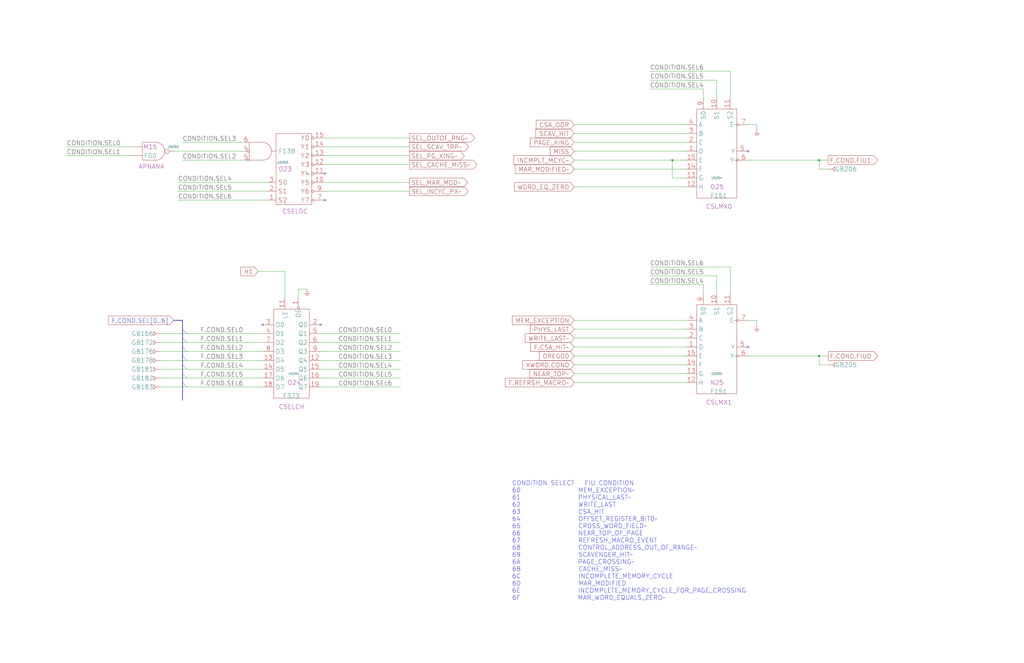
<source format=kicad_sch>
(kicad_sch (version 20250114) (generator "eeschema") (generator_version "9.0")
  (paper "User" 584.2 378.46)
  (title_block (title "FIU CONDITION SELECTORS") (date "20-MAR-90") (rev "1.0") (comment 1 "FIU") (comment 2 "232-003065") (comment 3 "S400") (comment 4 "RELEASED"))
  (lib_symbols
    (symbol "r1000:F00" (pin_numbers (hide yes)) (pin_names (hide yes))
      (property "Reference" "U" (at 15.24 0 0))
      (property "Value" "F00" (at 1.905 -5.08 0))
      (property "Location" "___" (at 1.905 0 0))
      (property "Name" "______" (at 2.54 -12.7 0))
      (symbol "F00_0_1"
        (polyline (pts (xy -2.54 2.54) (xy -2.54 -7.62)) (stroke (width 0.1524)))
        (polyline (pts (xy -2.54 2.54) (xy 5.08 2.54)) (stroke (width 0.1524)))
        (polyline (pts (xy -2.54 -7.62) (xy 5.08 -7.62)) (stroke (width 0.1524)))
        (arc (start 5.08 2.54) (mid 10.1281 -2.54) (end 5.08 -7.62) (stroke (width 0.1524)))
        (circle (center 11.43 -2.54) (radius 1.27) (stroke (width 0.1524)))
      )
      (symbol "F00_0_2"
        (arc (start -3.175 2.54) (mid -2.134 -2.54) (end -3.175 -7.62) (stroke (width 0.1524)))
        (circle (center -3.81 0) (radius 1.27) (stroke (width 0.1524)))
        (circle (center -3.81 -5.08) (radius 1.27) (stroke (width 0.1524)))
        (polyline (pts (xy -3.175 2.54) (xy 3.81 2.54)) (stroke (width 0.1524)))
        (polyline (pts (xy -3.175 -7.62) (xy 3.81 -7.62)) (stroke (width 0.1524)))
        (arc (start 3.81 2.54) (mid 7.5828 0.7472) (end 10.16 -2.54) (stroke (width 0.1524)))
        (arc (start 10.16 -2.54) (mid 7.5855 -5.8306) (end 3.81 -7.62) (stroke (width 0.1524)))
      )
      (symbol "F00_1_1"
        (pin input line (at -7.62 0 0) (length 5.08) (name "D0") (number "1"))
        (pin input line (at -7.62 -5.08 0) (length 5.08) (name "D1") (number "2"))
        (pin output line (at 15.24 -2.54 180) (length 2.54) (name "Q") (number "3"))
      )
      (symbol "F00_1_2"
        (pin input line (at -7.62 0 0) (length 2.54) (name "D0") (number "1"))
        (pin input line (at -7.62 -5.08 0) (length 2.54) (name "D1") (number "2"))
        (pin output line (at 15.24 -2.54 180) (length 5.08) (name "Q") (number "3"))
      )
    )
    (symbol "r1000:F138" (pin_names (offset 1.016) (hide yes))
      (property "Reference" "U" (at 1.27 3.81 0))
      (property "Value" "F138" (at -1.27 10.16 0))
      (property "Location" "___" (at -1.27 0 0))
      (property "Name" "______" (at 8.255 -24.13 0))
      (symbol "F138_0_0"
        (polyline (pts (xy -17.78 15.24) (xy -10.16 15.24)) (stroke (width 0.1524)))
        (polyline (pts (xy -17.78 5.08) (xy -10.16 5.08)) (stroke (width 0.1524)))
        (arc (start -10.16 15.24) (mid -6.5679 13.7521) (end -5.08 10.16) (stroke (width 0.1524)))
        (arc (start -5.08 10.16) (mid -6.5679 6.5679) (end -10.16 5.08) (stroke (width 0.1524)))
      )
      (symbol "F138_0_1"
        (polyline (pts (xy -19.05 15.24) (xy -17.78 15.24)) (stroke (width 0.1524)))
        (circle (center -18.415 10.16) (radius 0.635) (stroke (width 0.1524)))
        (circle (center -18.415 5.08) (radius 0.635) (stroke (width 0.1524)))
        (polyline (pts (xy -17.78 15.24) (xy -17.78 5.08)) (stroke (width 0.1524)))
        (rectangle (start -2.54 20.32) (end 17.78 -20.32) (stroke (width 0.1524)))
        (polyline (pts (xy -2.54 10.16) (xy -5.08 10.16)) (stroke (width 0.1524)))
      )
      (symbol "F138_1_1"
        (circle (center 18.415 17.78) (radius 0.635))
        (circle (center 18.415 12.7) (radius 0.635))
        (circle (center 18.415 7.62) (radius 0.635))
        (circle (center 18.415 2.54) (radius 0.635))
        (circle (center 18.415 -2.54) (radius 0.635))
        (circle (center 18.415 -7.62) (radius 0.635))
        (circle (center 18.415 -12.7) (radius 0.635))
        (circle (center 18.415 -17.78) (radius 0.635))
        (text "S" (at 0 -7.62 0) (effects (font (size 2.54 2.54))))
        (text "S" (at 0 -12.7 0) (effects (font (size 2.54 2.54))))
        (text "S" (at 0 -17.78 0) (effects (font (size 2.54 2.54))))
        (text "0" (at 2.54 -7.62 0) (effects (font (size 2.54 2.54))))
        (text "1" (at 2.54 -12.7 0) (effects (font (size 2.54 2.54))))
        (text "2" (at 2.54 -17.78 0) (effects (font (size 2.54 2.54))))
        (text "Y" (at 12.7 17.78 0) (effects (font (size 2.54 2.54))))
        (text "Y" (at 12.7 12.7 0) (effects (font (size 2.54 2.54))))
        (text "Y" (at 12.7 7.62 0) (effects (font (size 2.54 2.54))))
        (text "Y" (at 12.7 2.54 0) (effects (font (size 2.54 2.54))))
        (text "Y" (at 12.7 -2.54 0) (effects (font (size 2.54 2.54))))
        (text "Y" (at 12.7 -7.62 0) (effects (font (size 2.54 2.54))))
        (text "Y" (at 12.7 -12.7 0) (effects (font (size 2.54 2.54))))
        (text "Y" (at 12.7 -17.78 0) (effects (font (size 2.54 2.54))))
        (text "0" (at 15.24 17.78 0) (effects (font (size 2.54 2.54))))
        (text "1" (at 15.24 12.7 0) (effects (font (size 2.54 2.54))))
        (text "2" (at 15.24 7.62 0) (effects (font (size 2.54 2.54))))
        (text "3" (at 15.24 2.54 0) (effects (font (size 2.54 2.54))))
        (text "4" (at 15.24 -2.54 0) (effects (font (size 2.54 2.54))))
        (text "5" (at 15.24 -7.62 0) (effects (font (size 2.54 2.54))))
        (text "6" (at 15.24 -12.7 0) (effects (font (size 2.54 2.54))))
        (text "7" (at 15.24 -17.78 0) (effects (font (size 2.54 2.54))))
        (pin input line (at -20.32 15.24 0) (length 1.27) (name "D0") (number "6"))
        (pin input line (at -20.32 10.16 0) (length 1.27) (name "D1") (number "4"))
        (pin input line (at -20.32 5.08 0) (length 1.27) (name "D2") (number "5"))
        (pin input line (at -7.62 -7.62 0) (length 5.08) (name "S0") (number "3"))
        (pin input line (at -7.62 -12.7 0) (length 5.08) (name "S1") (number "2"))
        (pin input line (at -7.62 -17.78 0) (length 5.08) (name "S2") (number "1"))
        (pin output line (at 25.4 17.78 180) (length 6.35) (name "Y0_") (number "15"))
        (pin output line (at 25.4 12.7 180) (length 6.35) (name "Y1_") (number "14"))
        (pin output line (at 25.4 7.62 180) (length 6.35) (name "Y2_") (number "13"))
        (pin output line (at 25.4 2.54 180) (length 6.35) (name "Y3_") (number "12"))
        (pin output line (at 25.4 -2.54 180) (length 6.35) (name "Y4_") (number "11"))
        (pin output line (at 25.4 -7.62 180) (length 6.35) (name "Y5_") (number "10"))
        (pin output line (at 25.4 -12.7 180) (length 6.35) (name "Y6_") (number "9"))
        (pin output line (at 25.4 -17.78 180) (length 6.35) (name "Y7_") (number "7"))
      )
    )
    (symbol "r1000:F151" (pin_names (offset 1.016))
      (property "Reference" "U" (at 2.54 5.08 0))
      (property "Value" "F151" (at -1.27 -5.08 0))
      (property "Location" "___" (at -1.27 0 0))
      (property "Name" "______" (at 3.81 -12.7 0))
      (symbol "F151_1_1"
        (rectangle (start -8.89 44.45) (end 13.97 -6.35))
        (circle (center 14.605 35.56) (radius 0.635))
        (circle (center 14.605 15.24) (radius 0.635))
        (pin input line (at -15.24 35.56 0) (length 6.35) (name "A") (number "4"))
        (pin input line (at -15.24 30.48 0) (length 6.35) (name "B") (number "3"))
        (pin input line (at -15.24 25.4 0) (length 6.35) (name "C") (number "2"))
        (pin input line (at -15.24 20.32 0) (length 6.35) (name "D") (number "1"))
        (pin input line (at -15.24 15.24 0) (length 6.35) (name "E") (number "15"))
        (pin input line (at -15.24 10.16 0) (length 6.35) (name "F") (number "14"))
        (pin input line (at -15.24 5.08 0) (length 6.35) (name "G") (number "13"))
        (pin input line (at -15.24 0 0) (length 6.35) (name "H") (number "12"))
        (pin input line (at -5.08 50.8 270) (length 6.35) (name "S0") (number "9"))
        (pin input line (at 2.54 50.8 270) (length 6.35) (name "S1") (number "10"))
        (pin input line (at 10.16 50.8 270) (length 6.35) (name "S2") (number "11"))
        (pin input line (at 20.32 35.56 180) (length 5.08) (name "E~") (number "7"))
        (pin output line (at 20.32 20.32 180) (length 6.35) (name "Y") (number "5"))
        (pin output line (at 20.32 15.24 180) (length 5.08) (name "Y~") (number "6"))
      )
    )
    (symbol "r1000:F373" (pin_names (offset 1.016))
      (property "Reference" "U" (at 2.54 5.08 0))
      (property "Value" "F373" (at -3.81 -7.62 0))
      (property "Location" "___" (at -1.27 0 0))
      (property "Name" "______" (at 1.27 -15.24 0))
      (symbol "F373_1_1"
        (rectangle (start -8.89 41.91) (end 11.43 -8.89))
        (circle (center 5.08 42.545) (radius 0.635))
        (pin input line (at -15.24 33.02 0) (length 6.35) (name "D0") (number "3"))
        (pin input line (at -15.24 27.94 0) (length 6.35) (name "D1") (number "4"))
        (pin input line (at -15.24 22.86 0) (length 6.35) (name "D2") (number "7"))
        (pin input line (at -15.24 17.78 0) (length 6.35) (name "D3") (number "8"))
        (pin input line (at -15.24 12.7 0) (length 6.35) (name "D4") (number "13"))
        (pin input line (at -15.24 7.62 0) (length 6.35) (name "D5") (number "14"))
        (pin input line (at -15.24 2.54 0) (length 6.35) (name "D6") (number "17"))
        (pin input line (at -15.24 -2.54 0) (length 6.35) (name "D7") (number "18"))
        (pin input line (at -2.54 48.26 270) (length 6.35) (name "LE") (number "11"))
        (pin input line (at 5.08 48.26 270) (length 5.08) (name "OE") (number "1"))
        (pin tri_state line (at 17.78 33.02 180) (length 6.35) (name "Q0") (number "2"))
        (pin tri_state line (at 17.78 27.94 180) (length 6.35) (name "Q1") (number "5"))
        (pin tri_state line (at 17.78 22.86 180) (length 6.35) (name "Q2") (number "6"))
        (pin tri_state line (at 17.78 17.78 180) (length 6.35) (name "Q3") (number "9"))
        (pin tri_state line (at 17.78 12.7 180) (length 6.35) (name "Q4") (number "12"))
        (pin tri_state line (at 17.78 7.62 180) (length 6.35) (name "Q5") (number "15"))
        (pin tri_state line (at 17.78 2.54 180) (length 6.35) (name "Q6") (number "16"))
        (pin tri_state line (at 17.78 -2.54 180) (length 6.35) (name "Q7") (number "19"))
      )
    )
    (symbol "r1000:GB" (pin_numbers (hide yes)) (pin_names (offset 0) (hide yes))
      (property "Reference" "GB" (at 3.81 0 0))
      (symbol "GB_0_1"
        (polyline (pts (xy 2.54 0) (xy 3.81 1.27) (xy 3.81 -1.27) (xy 2.54 0)) (stroke (width 0.1524)))
      )
      (symbol "GB_1_1"
        (pin bidirectional line (at 0 0 0) (length 2.54) (name "") (number "1"))
      )
    )
    (symbol "r1000:PD" (power) (pin_numbers (hide yes)) (pin_names (hide yes)) (in_bom no)
      (symbol "PD_0_1"
        (polyline (pts (xy 0 -2.54) (xy 1.27 -2.54) (xy 0 -3.81) (xy -1.27 -2.54) (xy 0 -2.54)) (stroke (width 0.1524)))
      )
      (symbol "PD_1_1"
        (pin power_in line (at 0 0 270) (length 2.54) (name "PD") (number "1"))
      )
    )
  )
  (text "CONDITION SELECT   FIU CONDITION\n60                 MEM_EXCEPTION~\n61                 PHYSICAL_LAST~\n62                 WRITE_LAST\n63                 CSA_HIT\n64                 OFFSET_REGISTER_BIT0~\n65                 CROSS_WORD_FIELD~\n66                 NEAR_TOP_OF_PAGE\n67                 REFRESH_MACRO_EVENT\n68                 CONTROL_ADDRESS_OUT_OF_RANGE~\n69                 SCAVENGER_HIT~\n6A                 PAGE_CROSSING~\n6B                 CACHE_MISS~\n6C                 INCOMPLETE_MEMORY_CYCLE\n6D                 MAR_MODIFIED\n6E                 INCOMPLETE_MEMORY_CYCLE_FOR_PAGE_CROSSING\n6F                 MAR_WORD_EQUALS_ZERO~" (at 292.1 342.9 0) (effects (font (size 2.54 2.54)) (justify left bottom)))
  (junction (at 467.36 203.2))
  (junction (at 383.54 91.44))
  (junction (at 467.36 91.44))
  (no_connect (at 426.72 86.36))
  (no_connect (at 185.42 114.3))
  (no_connect (at 185.42 99.06))
  (no_connect (at 149.86 185.42))
  (no_connect (at 426.72 198.12))
  (no_connect (at 182.88 185.42))
  (bus_entry (at 104.14 213.36) (size 2.54 2.54))
  (bus_entry (at 104.14 218.44) (size 2.54 2.54))
  (bus_entry (at 104.14 193.04) (size 2.54 2.54))
  (bus_entry (at 104.14 187.96) (size 2.54 2.54))
  (bus_entry (at 104.14 208.28) (size 2.54 2.54))
  (bus_entry (at 104.14 203.2) (size 2.54 2.54))
  (bus_entry (at 104.14 198.12) (size 2.54 2.54))
  (wire (pts (xy 182.88 195.58) (xy 228.6 195.58)))
  (wire (pts (xy 162.56 154.94) (xy 147.32 154.94)))
  (wire (pts (xy 91.44 190.5) (xy 106.68 190.5)))
  (wire (pts (xy 182.88 215.9) (xy 228.6 215.9)))
  (wire (pts (xy 327.66 187.96) (xy 391.16 187.96)))
  (wire (pts (xy 327.66 193.04) (xy 391.16 193.04)))
  (wire (pts (xy 99.06 86.36) (xy 139.7 86.36)))
  (wire (pts (xy 182.88 200.66) (xy 228.6 200.66)))
  (wire (pts (xy 91.44 205.74) (xy 106.68 205.74)))
  (wire (pts (xy 431.8 182.88) (xy 431.8 185.42)))
  (wire (pts (xy 408.94 167.64) (xy 408.94 157.48)))
  (wire (pts (xy 416.56 40.64) (xy 370.84 40.64)))
  (bus (pts (xy 104.14 198.12) (xy 104.14 203.2)))
  (wire (pts (xy 327.66 203.2) (xy 391.16 203.2)))
  (wire (pts (xy 327.66 76.2) (xy 391.16 76.2)))
  (bus (pts (xy 104.14 182.88) (xy 104.14 187.96)))
  (wire (pts (xy 106.68 210.82) (xy 149.86 210.82)))
  (wire (pts (xy 175.26 165.1) (xy 170.18 165.1)))
  (wire (pts (xy 370.84 157.48) (xy 408.94 157.48)))
  (wire (pts (xy 327.66 218.44) (xy 391.16 218.44)))
  (wire (pts (xy 408.94 55.88) (xy 408.94 45.72)))
  (wire (pts (xy 182.88 205.74) (xy 228.6 205.74)))
  (wire (pts (xy 327.66 96.52) (xy 391.16 96.52)))
  (bus (pts (xy 104.14 218.44) (xy 104.14 228.6)))
  (wire (pts (xy 91.44 210.82) (xy 106.68 210.82)))
  (wire (pts (xy 91.44 215.9) (xy 106.68 215.9)))
  (wire (pts (xy 327.66 182.88) (xy 391.16 182.88)))
  (wire (pts (xy 182.88 210.82) (xy 228.6 210.82)))
  (wire (pts (xy 185.42 109.22) (xy 233.68 109.22)))
  (wire (pts (xy 401.32 167.64) (xy 401.32 162.56)))
  (wire (pts (xy 467.36 203.2) (xy 472.44 203.2)))
  (wire (pts (xy 106.68 200.66) (xy 149.86 200.66)))
  (wire (pts (xy 467.36 96.52) (xy 467.36 91.44)))
  (wire (pts (xy 327.66 91.44) (xy 383.54 91.44)))
  (wire (pts (xy 391.16 101.6) (xy 383.54 101.6)))
  (wire (pts (xy 327.66 71.12) (xy 391.16 71.12)))
  (wire (pts (xy 101.6 109.22) (xy 152.4 109.22)))
  (bus (pts (xy 104.14 213.36) (xy 104.14 218.44)))
  (wire (pts (xy 426.72 182.88) (xy 431.8 182.88)))
  (wire (pts (xy 426.72 71.12) (xy 431.8 71.12)))
  (wire (pts (xy 416.56 152.4) (xy 370.84 152.4)))
  (bus (pts (xy 99.06 182.88) (xy 104.14 182.88)))
  (wire (pts (xy 104.14 91.44) (xy 139.7 91.44)))
  (wire (pts (xy 91.44 220.98) (xy 106.68 220.98)))
  (wire (pts (xy 383.54 91.44) (xy 391.16 91.44)))
  (wire (pts (xy 38.1 88.9) (xy 76.2 88.9)))
  (wire (pts (xy 416.56 55.88) (xy 416.56 40.64)))
  (wire (pts (xy 101.6 114.3) (xy 152.4 114.3)))
  (wire (pts (xy 383.54 101.6) (xy 383.54 91.44)))
  (bus (pts (xy 104.14 187.96) (xy 104.14 193.04)))
  (wire (pts (xy 91.44 200.66) (xy 106.68 200.66)))
  (wire (pts (xy 370.84 162.56) (xy 401.32 162.56)))
  (wire (pts (xy 185.42 88.9) (xy 233.68 88.9)))
  (wire (pts (xy 185.42 93.98) (xy 233.68 93.98)))
  (wire (pts (xy 467.36 91.44) (xy 472.44 91.44)))
  (wire (pts (xy 370.84 50.8) (xy 401.32 50.8)))
  (wire (pts (xy 431.8 71.12) (xy 431.8 73.66)))
  (wire (pts (xy 170.18 165.1) (xy 170.18 170.18)))
  (wire (pts (xy 370.84 45.72) (xy 408.94 45.72)))
  (wire (pts (xy 327.66 106.68) (xy 391.16 106.68)))
  (wire (pts (xy 327.66 198.12) (xy 391.16 198.12)))
  (wire (pts (xy 185.42 104.14) (xy 233.68 104.14)))
  (wire (pts (xy 91.44 195.58) (xy 106.68 195.58)))
  (wire (pts (xy 38.1 83.82) (xy 76.2 83.82)))
  (wire (pts (xy 472.44 208.28) (xy 467.36 208.28)))
  (wire (pts (xy 426.72 203.2) (xy 467.36 203.2)))
  (wire (pts (xy 185.42 83.82) (xy 233.68 83.82)))
  (wire (pts (xy 426.72 91.44) (xy 467.36 91.44)))
  (bus (pts (xy 104.14 208.28) (xy 104.14 213.36)))
  (wire (pts (xy 182.88 190.5) (xy 228.6 190.5)))
  (wire (pts (xy 104.14 81.28) (xy 139.7 81.28)))
  (wire (pts (xy 182.88 220.98) (xy 228.6 220.98)))
  (wire (pts (xy 472.44 96.52) (xy 467.36 96.52)))
  (wire (pts (xy 106.68 195.58) (xy 149.86 195.58)))
  (wire (pts (xy 101.6 104.14) (xy 152.4 104.14)))
  (wire (pts (xy 106.68 190.5) (xy 149.86 190.5)))
  (wire (pts (xy 162.56 170.18) (xy 162.56 154.94)))
  (bus (pts (xy 104.14 193.04) (xy 104.14 198.12)))
  (wire (pts (xy 106.68 220.98) (xy 149.86 220.98)))
  (wire (pts (xy 327.66 81.28) (xy 391.16 81.28)))
  (wire (pts (xy 467.36 208.28) (xy 467.36 203.2)))
  (wire (pts (xy 327.66 213.36) (xy 391.16 213.36)))
  (wire (pts (xy 106.68 205.74) (xy 149.86 205.74)))
  (wire (pts (xy 106.68 215.9) (xy 149.86 215.9)))
  (wire (pts (xy 401.32 55.88) (xy 401.32 50.8)))
  (wire (pts (xy 185.42 78.74) (xy 233.68 78.74)))
  (wire (pts (xy 327.66 86.36) (xy 391.16 86.36)))
  (bus (pts (xy 104.14 203.2) (xy 104.14 208.28)))
  (wire (pts (xy 327.66 208.28) (xy 391.16 208.28)))
  (wire (pts (xy 416.56 167.64) (xy 416.56 152.4)))
  (label "CONDITION.SEL4" (at 370.84 162.56 0) (effects (font (size 2.54 2.54))))
  (label "CONDITION.SEL4" (at 193.04 210.82 0) (effects (font (size 2.54 2.54))))
  (label "CONDITION.SEL6" (at 193.04 220.98 0) (effects (font (size 2.54 2.54))))
  (label "F.COND.SEL4" (at 114.3 210.82 0) (effects (font (size 2.54 2.54))))
  (label "F.COND.SEL6" (at 114.3 220.98 0) (effects (font (size 2.54 2.54))))
  (label "CONDITION.SEL2" (at 193.04 200.66 0) (effects (font (size 2.54 2.54))))
  (label "CONDITION.SEL5" (at 193.04 215.9 0) (effects (font (size 2.54 2.54))))
  (label "CONDITION.SEL0" (at 193.04 190.5 0) (effects (font (size 2.54 2.54))))
  (label "F.COND.SEL1" (at 114.3 195.58 0) (effects (font (size 2.54 2.54))))
  (label "CONDITION.SEL6" (at 101.6 114.3 0) (effects (font (size 2.54 2.54))))
  (label "CONDITION.SEL4" (at 101.6 104.14 0) (effects (font (size 2.54 2.54))))
  (label "CONDITION.SEL6" (at 370.84 152.4 0) (effects (font (size 2.54 2.54))))
  (label "F.COND.SEL5" (at 114.3 215.9 0) (effects (font (size 2.54 2.54))))
  (label "CONDITION.SEL5" (at 370.84 157.48 0) (effects (font (size 2.54 2.54))))
  (label "CONDITION.SEL4" (at 370.84 50.8 0) (effects (font (size 2.54 2.54))))
  (label "F.COND.SEL0" (at 114.3 190.5 0) (effects (font (size 2.54 2.54))))
  (label "F.COND.SEL3" (at 114.3 205.74 0) (effects (font (size 2.54 2.54))))
  (label "F.COND.SEL2" (at 114.3 200.66 0) (effects (font (size 2.54 2.54))))
  (label "CONDITION.SEL0" (at 38.1 83.82 0) (effects (font (size 2.54 2.54))))
  (label "CONDITION.SEL5" (at 370.84 45.72 0) (effects (font (size 2.54 2.54))))
  (label "CONDITION.SEL1" (at 38.1 88.9 0) (effects (font (size 2.54 2.54))))
  (label "CONDITION.SEL3" (at 104.14 81.28 0) (effects (font (size 2.54 2.54))))
  (label "CONDITION.SEL2" (at 104.14 91.44 0) (effects (font (size 2.54 2.54))))
  (label "CONDITION.SEL6" (at 370.84 40.64 0) (effects (font (size 2.54 2.54))))
  (label "CONDITION.SEL1" (at 193.04 195.58 0) (effects (font (size 2.54 2.54))))
  (label "CONDITION.SEL5" (at 101.6 109.22 0) (effects (font (size 2.54 2.54))))
  (label "CONDITION.SEL3" (at 193.04 205.74 0) (effects (font (size 2.54 2.54))))
  (global_label "SEL_OUTOF_RNG~" (shape output) (at 233.68 78.74 0) (effects (font (size 2.54 2.54))) (property "Intersheetrefs" "${INTERSHEET_REFS}" (at 270.8003 78.5813 0) (effects (font (size 1.905 1.905)) (justify left))))
  (global_label "F.COND.FIU0" (shape output) (at 472.44 203.2 0) (effects (font (size 2.54 2.54))) (property "Intersheetrefs" "${INTERSHEET_REFS}" (at 500.7308 203.0413 0) (effects (font (size 1.905 1.905)) (justify left))))
  (global_label "F.CSA_HIT~" (shape input) (at 327.66 198.12 180) (effects (font (size 2.54 2.54))) (property "Intersheetrefs" "${INTERSHEET_REFS}" (at 302.7559 197.9613 0) (effects (font (size 1.905 1.905)) (justify right))))
  (global_label "MEM_EXCEPTION" (shape input) (at 327.66 182.88 180) (effects (font (size 2.54 2.54))) (property "Intersheetrefs" "${INTERSHEET_REFS}" (at 292.233 182.7213 0) (effects (font (size 1.905 1.905)) (justify right))))
  (global_label "PAGE_XING" (shape input) (at 327.66 81.28 180) (effects (font (size 2.54 2.54))) (property "Intersheetrefs" "${INTERSHEET_REFS}" (at 302.514 81.1213 0) (effects (font (size 1.905 1.905)) (justify right))))
  (global_label "SEL_CACHE_MISS~" (shape output) (at 233.68 93.98 0) (effects (font (size 2.54 2.54))) (property "Intersheetrefs" "${INTERSHEET_REFS}" (at 272.1308 93.8213 0) (effects (font (size 1.905 1.905)) (justify left))))
  (global_label "CSA_OOR" (shape input) (at 327.66 71.12 180) (effects (font (size 2.54 2.54))) (property "Intersheetrefs" "${INTERSHEET_REFS}" (at 305.9007 70.9613 0) (effects (font (size 1.905 1.905)) (justify right))))
  (global_label "F.REFRSH_MACRO~" (shape input) (at 327.66 218.44 180) (effects (font (size 2.54 2.54))) (property "Intersheetrefs" "${INTERSHEET_REFS}" (at 288.2416 218.2813 0) (effects (font (size 1.905 1.905)) (justify right))))
  (global_label "WRITE_LAST~" (shape input) (at 327.66 193.04 180) (effects (font (size 2.54 2.54))) (property "Intersheetrefs" "${INTERSHEET_REFS}" (at 299.6111 192.8813 0) (effects (font (size 1.905 1.905)) (justify right))))
  (global_label "H1" (shape input) (at 147.32 154.94 180) (effects (font (size 2.54 2.54))) (property "Intersheetrefs" "${INTERSHEET_REFS}" (at 137.414 154.7813 0) (effects (font (size 1.905 1.905)) (justify right))))
  (global_label "XWORD.COND" (shape input) (at 327.66 208.28 180) (effects (font (size 2.54 2.54))) (property "Intersheetrefs" "${INTERSHEET_REFS}" (at 298.1597 208.1213 0) (effects (font (size 1.905 1.905)) (justify right))))
  (global_label "MISS" (shape input) (at 327.66 86.36 180) (effects (font (size 2.54 2.54))) (property "Intersheetrefs" "${INTERSHEET_REFS}" (at 313.8835 86.2013 0) (effects (font (size 1.905 1.905)) (justify right))))
  (global_label "SEL_INCYC_PX~" (shape output) (at 233.68 109.22 0) (effects (font (size 2.54 2.54))) (property "Intersheetrefs" "${INTERSHEET_REFS}" (at 267.0508 109.0613 0) (effects (font (size 1.905 1.905)) (justify left))))
  (global_label "SEL_PG_XING~" (shape output) (at 233.68 88.9 0) (effects (font (size 2.54 2.54))) (property "Intersheetrefs" "${INTERSHEET_REFS}" (at 264.8736 88.7413 0) (effects (font (size 1.905 1.905)) (justify left))))
  (global_label "F.COND.FIU1" (shape output) (at 472.44 91.44 0) (effects (font (size 2.54 2.54))) (property "Intersheetrefs" "${INTERSHEET_REFS}" (at 500.7308 91.2813 0) (effects (font (size 1.905 1.905)) (justify left))))
  (global_label "SCAV_HIT" (shape input) (at 327.66 76.2 180) (effects (font (size 2.54 2.54))) (property "Intersheetrefs" "${INTERSHEET_REFS}" (at 305.7797 76.0413 0) (effects (font (size 1.905 1.905)) (justify right))))
  (global_label "SEL_MAR_MOD~" (shape output) (at 233.68 104.14 0) (effects (font (size 2.54 2.54))) (property "Intersheetrefs" "${INTERSHEET_REFS}" (at 266.6879 103.9813 0) (effects (font (size 1.905 1.905)) (justify left))))
  (global_label "WORD_EQ_ZERO" (shape input) (at 327.66 106.68 180) (effects (font (size 2.54 2.54))) (property "Intersheetrefs" "${INTERSHEET_REFS}" (at 293.4426 106.5213 0) (effects (font (size 1.905 1.905)) (justify right))))
  (global_label "F.COND.SEL[0..6]" (shape input) (at 99.06 182.88 180) (effects (font (size 2.54 2.54))) (property "Intersheetrefs" "${INTERSHEET_REFS}" (at 61.8188 182.7213 0) (effects (font (size 1.905 1.905)) (justify right))))
  (global_label "OREGO0" (shape input) (at 327.66 203.2 180) (effects (font (size 2.54 2.54))) (property "Intersheetrefs" "${INTERSHEET_REFS}" (at 307.715 203.0413 0) (effects (font (size 1.905 1.905)) (justify right))))
  (global_label "INCMPLT_MCYC~" (shape input) (at 327.66 91.44 180) (effects (font (size 2.54 2.54))) (property "Intersheetrefs" "${INTERSHEET_REFS}" (at 293.0797 91.2813 0) (effects (font (size 1.905 1.905)) (justify right))))
  (global_label "MAR_MODIFIED~" (shape input) (at 327.66 96.52 180) (effects (font (size 2.54 2.54))) (property "Intersheetrefs" "${INTERSHEET_REFS}" (at 293.9264 96.3613 0) (effects (font (size 1.905 1.905)) (justify right))))
  (global_label "NEAR_TOP~" (shape input) (at 327.66 213.36 180) (effects (font (size 2.54 2.54))) (property "Intersheetrefs" "${INTERSHEET_REFS}" (at 302.2721 213.2013 0) (effects (font (size 1.905 1.905)) (justify right))))
  (global_label "SEL_SCAV_TRP~" (shape output) (at 233.68 83.82 0) (effects (font (size 2.54 2.54))) (property "Intersheetrefs" "${INTERSHEET_REFS}" (at 267.2927 83.6613 0) (effects (font (size 1.905 1.905)) (justify left))))
  (global_label "PHYS_LAST" (shape input) (at 327.66 187.96 180) (effects (font (size 2.54 2.54))) (property "Intersheetrefs" "${INTERSHEET_REFS}" (at 302.514 187.8013 0) (effects (font (size 1.905 1.905)) (justify right))))
  (symbol (lib_id "r1000:GB") (at 91.44 215.9 0) (mirror y) (unit 1)
    (property "Reference" "GB182" (at 87.63 215.9 0) (effects (font (size 2.54 2.54)) (justify left)))
    (property "Value" "GB" (effects (hide yes)))
  )
  (symbol (lib_id "r1000:GB") (at 91.44 220.98 0) (mirror y) (unit 1)
    (property "Reference" "GB183" (at 87.63 220.98 0) (effects (font (size 2.54 2.54)) (justify left)))
    (property "Value" "GB" (effects (hide yes)))
  )
  (symbol (lib_id "r1000:GB") (at 472.44 96.52 0) (unit 1)
    (property "Reference" "GB206" (at 476.25 96.52 0) (effects (font (size 2.54 2.54)) (justify left)))
    (property "Value" "GB" (effects (hide yes)))
  )
  (symbol (lib_id "r1000:F373") (at 165.1 218.44 0) (unit 1)
    (property "Reference" "U5201" (at 167.64 213.36 0))
    (property "Value" "F373" (at 161.29 226.06 0) (effects (font (size 2.54 2.54)) (justify left)))
    (property "Location" "O24" (at 163.83 218.44 0) (effects (font (size 2.54 2.54)) (justify left)))
    (property "Name" "CSELCH" (at 166.37 233.68 0) (effects (font (size 2.54 2.54)) (justify bottom)))
  )
  (symbol (lib_id "r1000:GB") (at 472.44 208.28 0) (unit 1)
    (property "Reference" "GB205" (at 476.25 208.28 0) (effects (font (size 2.54 2.54)) (justify left)))
    (property "Value" "GB" (effects (hide yes)))
  )
  (symbol (lib_id "r1000:F151") (at 406.4 106.68 0) (unit 1)
    (property "Reference" "U5204" (at 408.94 101.6 0))
    (property "Value" "F151" (at 405.13 111.76 0) (effects (font (size 2.54 2.54)) (justify left)))
    (property "Location" "O25" (at 405.13 106.68 0) (effects (font (size 2.54 2.54)) (justify left)))
    (property "Name" "CSLMX0" (at 410.21 119.38 0) (effects (font (size 2.54 2.54)) (justify bottom)))
  )
  (symbol (lib_id "r1000:F151") (at 406.4 218.44 0) (unit 1)
    (property "Reference" "U5205" (at 408.94 213.36 0))
    (property "Value" "F151" (at 405.13 223.52 0) (effects (font (size 2.54 2.54)) (justify left)))
    (property "Location" "N25" (at 405.13 218.44 0) (effects (font (size 2.54 2.54)) (justify left)))
    (property "Name" "CSLMX1" (at 410.21 231.14 0) (effects (font (size 2.54 2.54)) (justify bottom)))
  )
  (symbol (lib_id "r1000:GB") (at 91.44 190.5 0) (mirror y) (unit 1)
    (property "Reference" "GB166" (at 87.63 190.5 0) (effects (font (size 2.54 2.54)) (justify left)))
    (property "Value" "GB" (effects (hide yes)))
  )
  (symbol (lib_id "r1000:PD") (at 431.8 185.42 0) (unit 1) (in_bom no)
    (property "Reference" "#PWR05202" (effects (hide yes)))
    (property "Value" "PD" (effects (hide yes)))
  )
  (symbol (lib_id "r1000:GB") (at 91.44 195.58 0) (mirror y) (unit 1)
    (property "Reference" "GB172" (at 87.63 195.58 0) (effects (font (size 2.54 2.54)) (justify left)))
    (property "Value" "GB" (effects (hide yes)))
  )
  (symbol (lib_id "r1000:GB") (at 91.44 200.66 0) (mirror y) (unit 1)
    (property "Reference" "GB176" (at 87.63 200.66 0) (effects (font (size 2.54 2.54)) (justify left)))
    (property "Value" "GB" (effects (hide yes)))
  )
  (symbol (lib_id "r1000:GB") (at 91.44 205.74 0) (mirror y) (unit 1)
    (property "Reference" "GB178" (at 87.63 205.74 0) (effects (font (size 2.54 2.54)) (justify left)))
    (property "Value" "GB" (effects (hide yes)))
  )
  (symbol (lib_id "r1000:PD") (at 175.26 165.1 0) (unit 1) (in_bom no)
    (property "Reference" "#PWR0130" (effects (hide yes)))
    (property "Value" "PD" (effects (hide yes)))
  )
  (symbol (lib_id "r1000:F138") (at 160.02 96.52 0) (unit 1)
    (property "Reference" "U5203" (at 161.29 92.71 0))
    (property "Value" "F138" (at 158.75 86.36 0) (effects (font (size 2.54 2.54)) (justify left)))
    (property "Location" "O23" (at 158.75 96.52 0) (effects (font (size 2.54 2.54)) (justify left)))
    (property "Name" "CSELDC" (at 168.275 120.65 0) (effects (font (size 2.54 2.54))))
  )
  (symbol (lib_id "r1000:F00") (at 83.82 83.82 0) (unit 1)
    (property "Reference" "U5202" (at 99.06 83.82 0))
    (property "Value" "F00" (at 85.725 88.9 0) (effects (font (size 2.54 2.54))))
    (property "Location" "M15" (at 85.725 83.82 0) (effects (font (size 2.54 2.54))))
    (property "Name" "APNANA" (at 86.36 96.52 0) (effects (font (size 2.54 2.54)) (justify bottom)))
  )
  (symbol (lib_id "r1000:PD") (at 431.8 73.66 0) (unit 1) (in_bom no)
    (property "Reference" "#PWR05201" (effects (hide yes)))
    (property "Value" "PD" (effects (hide yes)))
  )
  (symbol (lib_id "r1000:GB") (at 91.44 210.82 0) (mirror y) (unit 1)
    (property "Reference" "GB181" (at 87.63 210.82 0) (effects (font (size 2.54 2.54)) (justify left)))
    (property "Value" "GB" (effects (hide yes)))
  )
)
</source>
